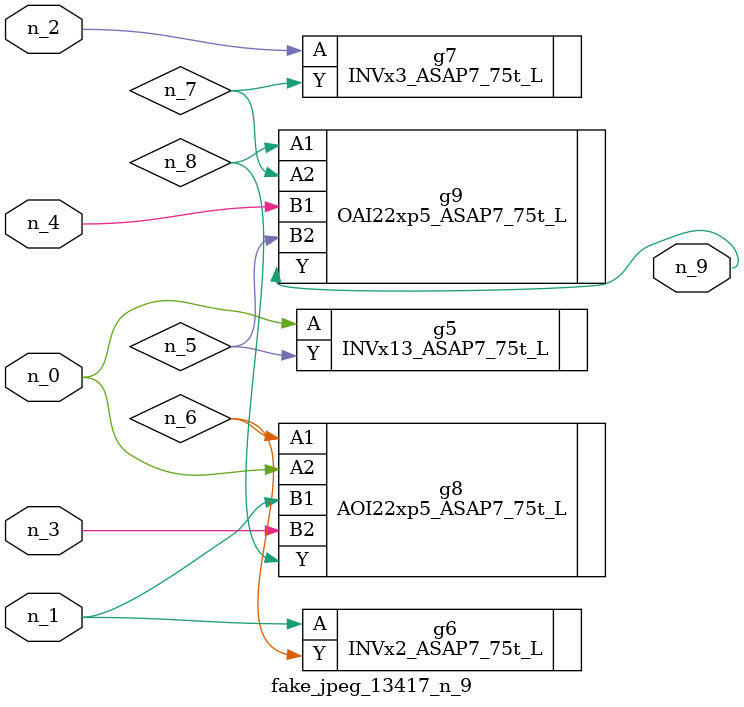
<source format=v>
module fake_jpeg_13417_n_9 (n_3, n_2, n_1, n_0, n_4, n_9);

input n_3;
input n_2;
input n_1;
input n_0;
input n_4;

output n_9;

wire n_8;
wire n_6;
wire n_5;
wire n_7;

INVx13_ASAP7_75t_L g5 ( 
.A(n_0),
.Y(n_5)
);

INVx2_ASAP7_75t_L g6 ( 
.A(n_1),
.Y(n_6)
);

INVx3_ASAP7_75t_L g7 ( 
.A(n_2),
.Y(n_7)
);

AOI22xp5_ASAP7_75t_L g8 ( 
.A1(n_6),
.A2(n_0),
.B1(n_1),
.B2(n_3),
.Y(n_8)
);

OAI22xp5_ASAP7_75t_L g9 ( 
.A1(n_8),
.A2(n_7),
.B1(n_4),
.B2(n_5),
.Y(n_9)
);


endmodule
</source>
